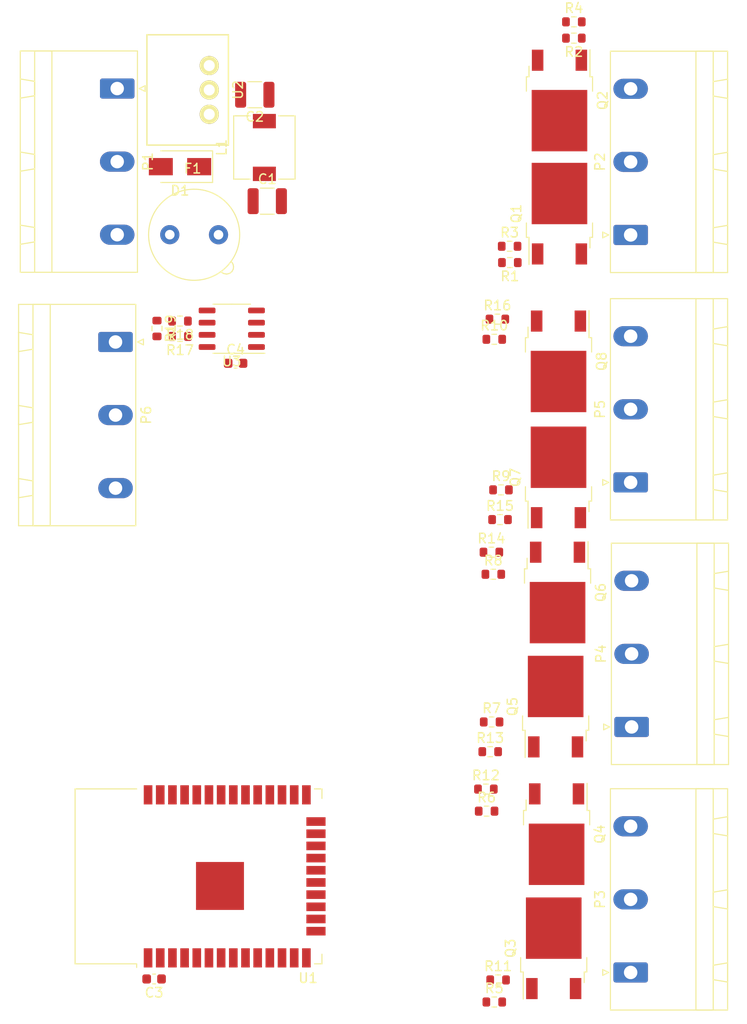
<source format=kicad_pcb>
(kicad_pcb (version 20210824) (generator pcbnew)
  (layers (0 "F.Cu" signal) (31 "B.Cu" signal) (34 "B.Paste" user) (35 "F.Paste" user) (36 "B.SilkS" user "B.Silkscreen") (37 "F.SilkS" user "F.Silkscreen") (38 "B.Mask" user) (39 "F.Mask" user) (44 "Edge.Cuts" user))
  (net 0 "")
  (net 1 "Net-(F1-Pad1)")
  (net 2 "GND")
  (net 3 "Net-(P2-Pad1)")
  (net 4 "Net-(P2-Pad3)")
  (net 5 "LED_1_C")
  (net 6 "LED_1_W")
  (net 33 "Net-(P3-Pad1)")
  (net 34 "Net-(P3-Pad3)")
  (net 35 "Net-(P4-Pad1)")
  (net 36 "Net-(P4-Pad3)")
  (net 37 "Net-(P5-Pad1)")
  (net 38 "Net-(P5-Pad3)")
  (net 39 "Net-(Q1-Pad1)")
  (net 40 "Net-(Q2-Pad1)")
  (net 41 "Net-(Q3-Pad1)")
  (net 42 "Net-(Q4-Pad1)")
  (net 43 "Net-(Q5-Pad1)")
  (net 44 "Net-(Q6-Pad1)")
  (net 45 "Net-(Q7-Pad1)")
  (net 46 "Net-(Q8-Pad1)")
  (net 47 "LED_2_C")
  (net 48 "LED_2_W")
  (net 49 "LED_3_C")
  (net 50 "LED_3_W")
  (net 51 "LED_4_C")
  (net 52 "LED_4_W")
  (net 53 "+24V")
  (net 54 "Net-(C2-Pad1)")
  (net 55 "+3V3")
  (net 56 "Net-(P6-Pad1)")
  (net 57 "Net-(P6-Pad3)")
  (net 58 "Net-(R17-Pad1)")
  (net 59 "Net-(R18-Pad1)")
  (net 60 "RO")
  (net 61 "~{RX}TX")
  (net 62 "DI")
  (footprint "Resistor_SMD:R_0603_1608Metric" (layer "F.Cu") (at 152.55 117.5)
    (fp_text reference "R13" (at 0 -1.43) (layer "F.SilkS"))
    (fp_text value "10k")
    (fp_line (start -0.237258 -0.5225) (end 0.237258 -0.5225) (layer "F.SilkS") (width 0.12))
    (fp_line (start -0.237258 0.5225) (end 0.237258 0.5225) (layer "F.SilkS") (width 0.12))
    (pad "1" smd roundrect locked (at -0.825 0) (size 0.8 0.95) (layers "F.Cu" "F.Paste" "F.Mask") (net 43 "Net-(Q5-Pad1)"))
    (pad "2" smd roundrect locked (at 0.825 0) (size 0.8 0.95) (layers "F.Cu" "F.Paste" "F.Mask") (net 2 "GND"))
  )
  (footprint "Resistor_SMD:R_0603_1608Metric" (layer "F.Cu") (at 152.1 121.4)
    (fp_text reference "R12" (at 0 -1.43) (layer "F.SilkS"))
    (fp_text value "10k")
    (fp_line (start -0.237258 0.5225) (end 0.237258 0.5225) (layer "F.SilkS") (width 0.12))
    (fp_line (start -0.237258 -0.5225) (end 0.237258 -0.5225) (layer "F.SilkS") (width 0.12))
    (pad "1" smd roundrect locked (at -0.825 0) (size 0.8 0.95) (layers "F.Cu" "F.Paste" "F.Mask") (net 42 "Net-(Q4-Pad1)"))
    (pad "2" smd roundrect locked (at 0.825 0) (size 0.8 0.95) (layers "F.Cu" "F.Paste" "F.Mask") (net 2 "GND"))
  )
  (footprint "Package_TO_SOT_SMD:TO-252-2" (layer "F.Cu") (at 159.575 100.9 -90)
    (fp_text reference "Q6" (at 0 -4.5 90) (layer "F.SilkS"))
    (fp_text value "FDD8880?")
    (fp_line (start -0.97 -3.45) (end -2.47 -3.45) (layer "F.SilkS") (width 0.12))
    (fp_line (start -2.47 -3.45) (end -2.47 -3.18) (layer "F.SilkS") (width 0.12))
    (fp_line (start -2.47 -3.18) (end -5.3 -3.18) (layer "F.SilkS") (width 0.12))
    (fp_line (start -0.97 3.45) (end -2.47 3.45) (layer "F.SilkS") (width 0.12))
    (fp_line (start -2.47 3.18) (end -3.57 3.18) (layer "F.SilkS") (width 0.12))
    (fp_line (start -2.47 3.45) (end -2.47 3.18) (layer "F.SilkS") (width 0.12))
    (pad "1" smd rect locked (at -4.2 -2.28 270) (size 2.2 1.2) (layers "F.Cu" "F.Paste" "F.Mask") (net 44 "Net-(Q6-Pad1)"))
    (pad "2" smd rect locked (at 2.1 0 270) (size 6.4 5.8) (layers "F.Cu" "F.Mask") (net 2 "GND"))
    (pad "3" smd rect locked (at -4.2 2.28 270) (size 2.2 1.2) (layers "F.Cu" "F.Paste" "F.Mask") (net 36 "Net-(P4-Pad3)"))
  )
  (footprint "Resistor_SMD:R_0603_1608Metric" (layer "F.Cu") (at 152.875 99)
    (fp_text reference "R8" (at 0 -1.43) (layer "F.SilkS"))
    (fp_text value "100R")
    (fp_line (start -0.237258 -0.5225) (end 0.237258 -0.5225) (layer "F.SilkS") (width 0.12))
    (fp_line (start -0.237258 0.5225) (end 0.237258 0.5225) (layer "F.SilkS") (width 0.12))
    (pad "1" smd roundrect locked (at -0.825 0) (size 0.8 0.95) (layers "F.Cu" "F.Paste" "F.Mask") (net 50 "LED_3_W"))
    (pad "2" smd roundrect locked (at 0.825 0) (size 0.8 0.95) (layers "F.Cu" "F.Paste" "F.Mask") (net 44 "Net-(Q6-Pad1)"))
  )
  (footprint "Resistor_SMD:R_0603_1608Metric" (layer "F.Cu") (at 152.175 123.7)
    (fp_text reference "R6" (at 0 -1.43) (layer "F.SilkS"))
    (fp_text value "100R")
    (fp_line (start -0.237258 0.5225) (end 0.237258 0.5225) (layer "F.SilkS") (width 0.12))
    (fp_line (start -0.237258 -0.5225) (end 0.237258 -0.5225) (layer "F.SilkS") (width 0.12))
    (pad "1" smd roundrect locked (at -0.825 0) (size 0.8 0.95) (layers "F.Cu" "F.Paste" "F.Mask") (net 48 "LED_2_W"))
    (pad "2" smd roundrect locked (at 0.825 0) (size 0.8 0.95) (layers "F.Cu" "F.Paste" "F.Mask") (net 42 "Net-(Q4-Pad1)"))
  )
  (footprint "Capacitor_SMD:C_1210_3225Metric" (layer "F.Cu") (at 128 49 180)
    (fp_text reference "C2" (at 0 -2.3) (layer "F.SilkS"))
    (fp_text value "10u 50V")
    (fp_line (start -0.711252 1.36) (end 0.711252 1.36) (layer "F.SilkS") (width 0.12))
    (fp_line (start -0.711252 -1.36) (end 0.711252 -1.36) (layer "F.SilkS") (width 0.12))
    (pad "1" smd roundrect locked (at -1.475 0 180) (size 1.15 2.7) (layers "F.Cu" "F.Paste" "F.Mask") (roundrect_rratio 0.217391) (net 54 "Net-(C2-Pad1)"))
    (pad "2" smd roundrect locked (at 1.475 0 180) (size 1.15 2.7) (layers "F.Cu" "F.Paste" "F.Mask") (roundrect_rratio 0.217391) (net 2 "GND"))
  )
  (footprint "Package_TO_SOT_SMD:TO-252-2" (layer "F.Cu") (at 159.775 61.4 90)
    (fp_text reference "Q1" (at 0 -4.5 90) (layer "F.SilkS"))
    (fp_text value "FDD8880?")
    (fp_line (start -2.47 -3.45) (end -2.47 -3.18) (layer "F.SilkS") (width 0.12))
    (fp_line (start -2.47 3.18) (end -3.57 3.18) (layer "F.SilkS") (width 0.12))
    (fp_line (start -2.47 3.45) (end -2.47 3.18) (layer "F.SilkS") (width 0.12))
    (fp_line (start -0.97 -3.45) (end -2.47 -3.45) (layer "F.SilkS") (width 0.12))
    (fp_line (start -2.47 -3.18) (end -5.3 -3.18) (layer "F.SilkS") (width 0.12))
    (fp_line (start -0.97 3.45) (end -2.47 3.45) (layer "F.SilkS") (width 0.12))
    (pad "1" smd rect locked (at -4.2 -2.28 90) (size 2.2 1.2) (layers "F.Cu" "F.Paste" "F.Mask") (net 39 "Net-(Q1-Pad1)"))
    (pad "2" smd rect locked (at 2.1 0 90) (size 6.4 5.8) (layers "F.Cu" "F.Mask") (net 2 "GND"))
    (pad "3" smd rect locked (at -4.2 2.28 90) (size 2.2 1.2) (layers "F.Cu" "F.Paste" "F.Mask") (net 3 "Net-(P2-Pad1)"))
  )
  (footprint "Resistor_SMD:R_0603_1608Metric" (layer "F.Cu") (at 154.575 64.8)
    (fp_text reference "R3" (at 0 -1.43) (layer "F.SilkS"))
    (fp_text value "100R")
    (fp_line (start -0.237258 0.5225) (end 0.237258 0.5225) (layer "F.SilkS") (width 0.12))
    (fp_line (start -0.237258 -0.5225) (end 0.237258 -0.5225) (layer "F.SilkS") (width 0.12))
    (pad "1" smd roundrect locked (at -0.825 0) (size 0.8 0.95) (layers "F.Cu" "F.Paste" "F.Mask") (net 5 "LED_1_C"))
    (pad "2" smd roundrect locked (at 0.825 0) (size 0.8 0.95) (layers "F.Cu" "F.Paste" "F.Mask") (net 39 "Net-(Q1-Pad1)"))
  )
  (footprint "Connector_Phoenix_GMSTB:PhoenixContact_GMSTBA_2,5_3-G-7,62_1x03_P7.62mm_Horizontal" (layer "F.Cu") (at 167.2975 114.92 90)
    (fp_text reference "P4" (at 7.62 -3.2 90) (layer "F.SilkS"))
    (fp_text value "LED_3")
    (fp_line (start 15.99 8.61) (end 14.49 8.61) (layer "F.SilkS") (width 0.12))
    (fp_line (start 1 10.11) (end 0.75 8.61) (layer "F.SilkS") (width 0.12))
    (fp_line (start -0.75 8.61) (end -1 10.11) (layer "F.SilkS") (width 0.12))
    (fp_line (start -3.92 6.81) (end 19.16 6.81) (layer "F.SilkS") (width 0.12))
    (fp_line (start -3.92 8.61) (end -3.92 6.81) (layer "F.SilkS") (width 0.12))
    (fp_line (start 19.16 -2.11) (end -3.92 -2.11) (layer "F.SilkS") (width 0.12))
    (fp_line (start 19.16 6.81) (end 19.16 8.61) (layer "F.SilkS") (width 0.12))
    (fp_line (start 0.3 -2.91) (end 0 -2.31) (layer "F.SilkS") (width 0.12))
    (fp_line (start 19.16 8.61) (end -3.92 8.61) (layer "F.SilkS") (width 0.12))
    (fp_line (start -1 10.11) (end 1 10.11) (layer "F.SilkS") (width 0.12))
    (fp_line (start 8.37 8.61) (end 6.87 8.61) (layer "F.SilkS") (width 0.12))
    (fp_line (start 14.49 8.61) (end 14.24 10.11) (layer "F.SilkS") (width 0.12))
    (fp_line (start 8.62 10.11) (end 8.37 8.61) (layer "F.SilkS") (width 0.12))
    (fp_line (start 6.87 8.61) (end 6.62 10.11) (layer "F.SilkS") (width 0.12))
    (fp_line (start -3.92 10.11) (end 19.16 10.11) (layer "F.SilkS") (width 0.12))
    (fp_line (start 0.75 8.61) (end -0.75 8.61) (layer "F.SilkS") (width 0.12))
    (fp_line (start 6.62 10.11) (end 8.62 10.11) (layer "F.SilkS") (width 0.12))
    (fp_line (start -0.3 -2.91) (end 0.3 -2.91) (layer "F.SilkS") (width 0.12))
    (fp_line (start 19.16 10.11) (end 19.16 -2.11) (layer "F.SilkS") (width 0.12))
    (fp_line (start 0 -2.31) (end -0.3 -2.91) (layer "F.SilkS") (width 0.12))
    (fp_line (start -3.92 -2.11) (end -3.92 10.11) (layer "F.SilkS") (width 0.12))
    (fp_line (start 14.24 10.11) (end 16.24 10.11) (layer "F.SilkS") (width 0.12))
    (fp_line (start 16.24 10.11) (end 15.99 8.61) (layer "F.SilkS") (width 0.12))
    (pad "1" thru_hole roundrect locked (at 0 0 90) (size 2.1 3.6) (drill 1.4) (layers *.Cu *.Mask) (roundrect_rratio 0.119048) (net 35 "Net-(P4-Pad1)"))
    (pad "2" thru_hole oval locked (at 7.62 0 90) (size 2.1 3.6) (drill 1.4) (layers *.Cu *.Mask) (net 53 "+24V"))
    (pad "3" thru_hole oval locked (at 15.24 0 90) (size 2.1 3.6) (drill 1.4) (layers *.Cu *.Mask) (net 36 "Net-(P4-Pad3)"))
  )
  (footprint "Resistor_SMD:R_0603_1608Metric" (layer "F.Cu") (at 152.975 74.5)
    (fp_text reference "R10" (at 0 -1.43) (layer "F.SilkS"))
    (fp_text value "100R")
    (fp_line (start -0.237258 -0.5225) (end 0.237258 -0.5225) (layer "F.SilkS") (width 0.12))
    (fp_line (start -0.237258 0.5225) (end 0.237258 0.5225) (layer "F.SilkS") (width 0.12))
    (pad "1" smd roundrect locked (at -0.825 0) (size 0.8 0.95) (layers "F.Cu" "F.Paste" "F.Mask") (net 52 "LED_4_W"))
    (pad "2" smd roundrect locked (at 0.825 0) (size 0.8 0.95) (layers "F.Cu" "F.Paste" "F.Mask") (net 46 "Net-(Q8-Pad1)"))
  )
  (footprint "Resistor_SMD:R_0603_1608Metric" (layer "F.Cu") (at 117.8 73.375 -90)
    (fp_text reference "R19" (at 0 -1.43 90) (layer "F.SilkS"))
    (fp_text value "DNP")
    (fp_line (start -0.237258 -0.5225) (end 0.237258 -0.5225) (layer "F.SilkS") (width 0.12))
    (fp_line (start -0.237258 0.5225) (end 0.237258 0.5225) (layer "F.SilkS") (width 0.12))
    (pad "1" smd roundrect locked (at -0.825 0 270) (size 0.8 0.95) (layers "F.Cu" "F.Paste" "F.Mask") (net 57 "Net-(P6-Pad3)"))
    (pad "2" smd roundrect locked (at 0.825 0 270) (size 0.8 0.95) (layers "F.Cu" "F.Paste" "F.Mask") (net 56 "Net-(P6-Pad1)"))
  )
  (footprint "Package_TO_SOT_SMD:TO-252-2" (layer "F.Cu") (at 159.675 88.9 90)
    (fp_text reference "Q7" (at 0 -4.5 90) (layer "F.SilkS"))
    (fp_text value "FDD8880?")
    (fp_line (start -2.47 3.18) (end -3.57 3.18) (layer "F.SilkS") (width 0.12))
    (fp_line (start -0.97 -3.45) (end -2.47 -3.45) (layer "F.SilkS") (width 0.12))
    (fp_line (start -2.47 3.45) (end -2.47 3.18) (layer "F.SilkS") (width 0.12))
    (fp_line (start -2.47 -3.18) (end -5.3 -3.18) (layer "F.SilkS") (width 0.12))
    (fp_line (start -2.47 -3.45) (end -2.47 -3.18) (layer "F.SilkS") (width 0.12))
    (fp_line (start -0.97 3.45) (end -2.47 3.45) (layer "F.SilkS") (width 0.12))
    (pad "1" smd rect locked (at -4.2 -2.28 90) (size 2.2 1.2) (layers "F.Cu" "F.Paste" "F.Mask") (net 45 "Net-(Q7-Pad1)"))
    (pad "2" smd rect locked (at 2.1 0 90) (size 6.4 5.8) (layers "F.Cu" "F.Mask") (net 2 "GND"))
    (pad "3" smd rect locked (at -4.2 2.28 90) (size 2.2 1.2) (layers "F.Cu" "F.Paste" "F.Mask") (net 37 "Net-(P5-Pad1)"))
  )
  (footprint "Capacitor_SMD:C_0603_1608Metric" (layer "F.Cu") (at 117.5 141.2 180)
    (fp_text reference "C3" (at 0 -1.43) (layer "F.SilkS"))
    (fp_text value "100n")
    (fp_line (start -0.14058 -0.51) (end 0.14058 -0.51) (layer "F.SilkS") (width 0.12))
    (fp_line (start -0.14058 0.51) (end 0.14058 0.51) (layer "F.SilkS") (width 0.12))
    (pad "1" smd roundrect locked (at -0.775 0 180) (size 0.9 0.95) (layers "F.Cu" "F.Paste" "F.Mask") (net 55 "+3V3"))
    (pad "2" smd roundrect locked (at 0.775 0 180) (size 0.9 0.95) (layers "F.Cu" "F.Paste" "F.Mask") (net 2 "GND"))
  )
  (footprint "Connector_Phoenix_GMSTB:PhoenixContact_GMSTBA_2,5_3-G-7,62_1x03_P7.62mm_Horizontal" (layer "F.Cu") (at 167.1975 140.52 90)
    (fp_text reference "P3" (at 7.62 -3.2 90) (layer "F.SilkS"))
    (fp_text value "LED_2")
    (fp_line (start 15.99 8.61) (end 14.49 8.61) (layer "F.SilkS") (width 0.12))
    (fp_line (start -3.92 -2.11) (end -3.92 10.11) (layer "F.SilkS") (width 0.12))
    (fp_line (start -3.92 10.11) (end 19.16 10.11) (layer "F.SilkS") (width 0.12))
    (fp_line (start 8.37 8.61) (end 6.87 8.61) (layer "F.SilkS") (width 0.12))
    (fp_line (start 0.3 -2.91) (end 0 -2.31) (layer "F.SilkS") (width 0.12))
    (fp_line (start -3.92 6.81) (end 19.16 6.81) (layer "F.SilkS") (width 0.12))
    (fp_line (start 1 10.11) (end 0.75 8.61) (layer "F.SilkS") (width 0.12))
    (fp_line (start 14.49 8.61) (end 14.24 10.11) (layer "F.SilkS") (width 0.12))
    (fp_line (start 16.24 10.11) (end 15.99 8.61) (layer "F.SilkS") (width 0.12))
    (fp_line (start 0 -2.31) (end -0.3 -2.91) (layer "F.SilkS") (width 0.12))
    (fp_line (start 19.16 -2.11) (end -3.92 -2.11) (layer "F.SilkS") (width 0.12))
    (fp_line (start 19.16 10.11) (end 19.16 -2.11) (layer "F.SilkS") (width 0.12))
    (fp_line (start -0.75 8.61) (end -1 10.11) (layer "F.SilkS") (width 0.12))
    (fp_line (start -0.3 -2.91) (end 0.3 -2.91) (layer "F.SilkS") (width 0.12))
    (fp_line (start 14.24 10.11) (end 16.24 10.11) (layer "F.SilkS") (width 0.12))
    (fp_line (start 8.62 10.11) (end 8.37 8.61) (layer "F.SilkS") (width 0.12))
    (fp_line (start 19.16 6.81) (end 19.16 8.61) (layer "F.SilkS") (width 0.12))
    (fp_line (start 19.16 8.61) (end -3.92 8.61) (layer "F.SilkS") (width 0.12))
    (fp_line (start 6.62 10.11) (end 8.62 10.11) (layer "F.SilkS") (width 0.12))
    (fp_line (start -1 10.11) (end 1 10.11) (layer "F.SilkS") (width 0.12))
    (fp_line (start -3.92 8.61) (end -3.92 6.81) (layer "F.SilkS") (width 0.12))
    (fp_line (start 0.75 8.61) (end -0.75 8.61) (layer "F.SilkS") (width 0.12))
    (fp_line (start 6.87 8.61) (end 6.62 10.11) (layer "F.SilkS") (width 0.12))
    (pad "1" thru_hole roundrect locked (at 0 0 90) (size 2.1 3.6) (drill 1.4) (layers *.Cu *.Mask) (roundrect_rratio 0.119048) (net 33 "Net-(P3-Pad1)"))
    (pad "2" thru_hole oval locked (at 7.62 0 90) (size 2.1 3.6) (drill 1.4) (layers *.Cu *.Mask) (net 53 "+24V"))
    (pad "3" thru_hole oval locked (at 15.24 0 90) (size 2.1 3.6) (drill 1.4) (layers *.Cu *.Mask) (net 34 "Net-(P3-Pad3)"))
  )
  (footprint "Package_TO_SOT_SMD:TO-252-2" (layer "F.Cu") (at 159.675 76.8 -90)
    (fp_text reference "Q8" (at 0 -4.5 90) (layer "F.SilkS"))
    (fp_text value "FDD8880?")
    (fp_line (start -2.47 -3.45) (end -2.47 -3.18) (layer "F.SilkS") (width 0.12))
    (fp_line (start -0.97 -3.45) (end -2.47 -3.45) (layer "F.SilkS") (width 0.12))
    (fp_line (start -2.47 -3.18) (end -5.3 -3.18) (layer "F.SilkS") (width 0.12))
    (fp_line (start -0.97 3.45) (end -2.47 3.45) (layer "F.SilkS") (width 0.12))
    (fp_line (start -2.47 3.45) (end -2.47 3.18) (layer "F.SilkS") (width 0.12))
    (fp_line (start -2.47 3.18) (end -3.57 3.18) (layer "F.SilkS") (width 0.12))
    (pad "1" smd rect locked (at -4.2 -2.28 270) (size 2.2 1.2) (layers "F.Cu" "F.Paste" "F.Mask") (net 46 "Net-(Q8-Pad1)"))
    (pad "2" smd rect locked (at 2.1 0 270) (size 6.4 5.8) (layers "F.Cu" "F.Mask") (net 2 "GND"))
    (pad "3" smd rect locked (at -4.2 2.28 270) (size 2.2 1.2) (layers "F.Cu" "F.Paste" "F.Mask") (net 38 "Net-(P5-Pad3)"))
  )
  (footprint "Resistor_SMD:R_0603_1608Metric" (layer "F.Cu") (at 153.675 90.2)
    (fp_text reference "R9" (at 0 -1.43) (layer "F.SilkS"))
    (fp_text value "100R")
    (fp_line (start -0.237258 -0.5225) (end 0.237258 -0.5225) (layer "F.SilkS") (width 0.12))
    (fp_line (start -0.237258 0.5225) (end 0.237258 0.5225) (layer "F.SilkS") (width 0.12))
    (pad "1" smd roundrect locked (at -0.825 0) (size 0.8 0.95) (layers "F.Cu" "F.Paste" "F.Mask") (net 51 "LED_4_C"))
    (pad "2" smd roundrect locked (at 0.825 0) (size 0.8 0.95) (layers "F.Cu" "F.Paste" "F.Mask") (net 45 "Net-(Q7-Pad1)"))
  )
  (footprint "Resistor_SMD:R_0603_1608Metric" (layer "F.Cu") (at 152.7 114.4)
    (fp_text reference "R7" (at 0 -1.43) (layer "F.SilkS"))
    (fp_text value "100R")
    (fp_line (start -0.237258 0.5225) (end 0.237258 0.5225) (layer "F.SilkS") (width 0.12))
    (fp_line (start -0.237258 -0.5225) (end 0.237258 -0.5225) (layer "F.SilkS") (width 0.12))
    (pad "1" smd roundrect locked (at -0.825 0) (size 0.8 0.95) (layers "F.Cu" "F.Paste" "F.Mask") (net 49 "LED_3_C"))
    (pad "2" smd roundrect locked (at 0.825 0) (size 0.8 0.95) (layers "F.Cu" "F.Paste" "F.Mask") (net 43 "Net-(Q5-Pad1)"))
  )
  (footprint "Connector_Phoenix_GMSTB:PhoenixContact_GMSTBA_2,5_3-G-7,62_1x03_P7.62mm_Horizontal" (layer "F.Cu") (at 113.4775 74.78 -90)
    (fp_text reference "P6" (at 7.62 -3.2 90) (layer "F.SilkS"))
    (fp_text value "RS485")
    (fp_line (start -3.92 10.11) (end 19.16 10.11) (layer "F.SilkS") (width 0.12))
    (fp_line (start 0.3 -2.91) (end 0 -2.31) (layer "F.SilkS") (width 0.12))
    (fp_line (start -3.92 6.81) (end 19.16 6.81) (layer "F.SilkS") (width 0.12))
    (fp_line (start 0.75 8.61) (end -0.75 8.61) (layer "F.SilkS") (width 0.12))
    (fp_line (start 0 -2.31) (end -0.3 -2.91) (layer "F.SilkS") (width 0.12))
    (fp_line (start 15.99 8.61) (end 14.49 8.61) (layer "F.SilkS") (width 0.12))
    (fp_line (start 19.16 -2.11) (end -3.92 -2.11) (layer "F.SilkS") (width 0.12))
    (fp_line (start -0.75 8.61) (end -1 10.11) (layer "F.SilkS") (width 0.12))
    (fp_line (start 16.24 10.11) (end 15.99 8.61) (layer "F.SilkS") (width 0.12))
    (fp_line (start -3.92 -2.11) (end -3.92 10.11) (layer "F.SilkS") (width 0.12))
    (fp_line (start 1 10.11) (end 0.75 8.61) (layer "F.SilkS") (width 0.12))
    (fp_line (start -0.3 -2.91) (end 0.3 -2.91) (layer "F.SilkS") (width 0.12))
    (fp_line (start -3.92 8.61) (end -3.92 6.81) (layer "F.SilkS") (width 0.12))
    (fp_line (start 19.16 6.81) (end 19.16 8.61) (layer "F.SilkS") (width 0.12))
    (fp_line (start 14.49 8.61) (end 14.24 10.11) (layer "F.SilkS") (width 0.12))
    (fp_line (start 19.16 10.11) (end 19.16 -2.11) (layer "F.SilkS") (width 0.12))
    (fp_line (start 19.16 8.61) (end -3.92 8.61) (layer "F.SilkS") (width 0.12))
    (fp_line (start 6.87 8.61) (end 6.62 10.11) (layer "F.SilkS") (width 0.12))
    (fp_line (start 14.24 10.11) (end 16.24 10.11) (layer "F.SilkS") (width 0.12))
    (fp_line (start 8.62 10.11) (end 8.37 8.61) (layer "F.SilkS") (width 0.12))
    (fp_line (start 6.62 10.11) (end 8.62 10.11) (layer "F.SilkS") (width 0.12))
    (fp_line (start 8.37 8.61) (end 6.87 8.61) (layer "F.SilkS") (width 0.12))
    (fp_line (start -1 10.11) (end 1 10.11) (layer "F.SilkS") (width 0.12))
    (pad "1" thru_hole roundrect locked (at 0 0 270) (size 2.1 3.6) (drill 1.4) (layers *.Cu *.Mask) (roundrect_rratio 0.119048) (net 56 "Net-(P6-Pad1)"))
    (pad "2" thru_hole oval locked (at 7.62 0 270) (size 2.1 3.6) (drill 1.4) (layers *.Cu *.Mask) (net 2 "GND"))
    (pad "3" thru_hole oval locked (at 15.24 0 270) (size 2.1 3.6) (drill 1.4) (layers *.Cu *.Mask) (net 57 "Net-(P6-Pad3)"))
  )
  (footprint "Resistor_SMD:R_0603_1608Metric" (layer "F.Cu") (at 153.375 141.3)
    (fp_text reference "R11" (at 0 -1.43) (layer "F.SilkS"))
    (fp_text value "10k")
    (fp_line (start -0.237258 -0.5225) (end 0.237258 -0.5225) (layer "F.SilkS") (width 0.12))
    (fp_line (start -0.237258 0.5225) (end 0.237258 0.5225) (layer "F.SilkS") (width 0.12))
    (pad "1" smd roundrect locked (at -0.825 0) (size 0.8 0.95) (layers "F.Cu" "F.Paste" "F.Mask") (net 41 "Net-(Q3-Pad1)"))
    (pad "2" smd roundrect locked (at 0.825 0) (size 0.8 0.95) (layers "F.Cu" "F.Paste" "F.Mask") (net 2 "GND"))
  )
  (footprint "RF_Module:ESP32-WROOM-32" (layer "F.Cu") (at 125.125 130.5 90)
    (fp_text reference "U1" (at -10.61 8.43) (layer "F.SilkS"))
    (fp_text value "ESP32-WROOM-32")
    (fp_line (start 9.12 9.1) (end 9.12 9.88) (layer "F.SilkS") (width 0.12))
    (fp_line (start -9.12 -15.865) (end -9.12 -9.445) (layer "F.SilkS") (width 0.12))
    (fp_line (start 9.12 9.88) (end 8.12 9.88) (layer "F.SilkS") (width 0.12))
    (fp_line (start -9.12 -9.445) (end -9.5 -9.445) (layer "F.SilkS") (width 0.12))
    (fp_line (start -9.12 9.88) (end -8.12 9.88) (layer "F.SilkS") (width 0.12))
    (fp_line (start 9.12 -15.865) (end 9.12 -9.445) (layer "F.SilkS") (width 0.12))
    (fp_line (start -9.12 9.1) (end -9.12 9.88) (layer "F.SilkS") (width 0.12))
    (fp_line (start -9.12 -15.865) (end 9.12 -15.865) (layer "F.SilkS") (width 0.12))
    (pad "1" smd rect (at -8.5 -8.255 90) (size 2 0.9) (layers "F.Cu" "F.Paste" "F.Mask") (net 2 "GND"))
    (pad "2" smd rect (at -8.5 -6.985 90) (size 2 0.9) (layers "F.Cu" "F.Paste" "F.Mask") (net 55 "+3V3"))
    (pad "3" smd rect (at -8.5 -5.715 90) (size 2 0.9) (layers "F.Cu" "F.Paste" "F.Mask"))
    (pad "4" smd rect (at -8.5 -4.445 90) (size 2 0.9) (layers "F.Cu" "F.Paste" "F.Mask"))
    (pad "5" smd rect (at -8.5 -3.175 90) (size 2 0.9) (layers "F.Cu" "F.Paste" "F.Mask"))
    (pad "6" smd rect (at -8.5 -1.905 90) (size 2 0.9) (layers "F.Cu" "F.Paste" "F.Mask"))
    (pad "7" smd rect (at -8.5 -0.635 90) (size 2 0.9) (layers "F.Cu" "F.Paste" "F.Mask"))
    (pad "8" smd rect (at -8.5 0.635 90) (size 2 0.9) (layers "F.Cu" "F.Paste" "F.Mask"))
    (pad "9" smd rect (at -8.5 1.905 90) (size 2 0.9) (layers "F.Cu" "F.Paste" "F.Mask"))
    (pad "10" smd rect (at -8.5 3.175 90) (size 2 0.9) (layers "F.Cu" "F.Paste" "F.Mask") (net 52 "LED_4_W"))
    (pad "11" smd rect (at -8.5 4.445 90) (size 2 0.9) (layers "F.Cu" "F.Paste" "F.Mask"))
    (pad "12" smd rect (at -8.5 5.715 90) (size 2 0.9) (layers "F.Cu" "F.Paste" "F.Mask"))
    (pad "13" smd rect (at -8.5 6.985 90) (size 2 0.9) (layers "F.Cu" "F.Paste" "F.Mask"))
    (pad "14" smd rect (at -8.5 8.255 90) (size 2 0.9) (layers "F.Cu" "F.Paste" "F.Mask"))
    (pad "15" smd rect (at -5.715 9.255 180) (size 2 0.9) (layers "F.Cu" "F.Paste" "F.Mask") (net 2 "GND"))
    (pad "16" smd rect (at -4.445 9.255 180) (size 2 0.9) (layers "F.Cu" "F.Paste" "F.Mask"))
    (pad "17" smd rect (at -3.175 9.255 180) (size 2 0.9) (layers "F.Cu" "F.Paste" "F.Mask"))
    (pad "18" smd rect (at -1.905 9.255 180) (size 2 0.9) (layers "F.Cu" "F.Paste" "F.Mask"))
    (pad "19" smd rect (at -0.635 9.255 180) (size 2 0.9) (layers "F.Cu" "F.Paste" "F.Mask"))
    (pad "20" smd rect (at 0.635 9.255 180) (size 2 0.9) (layers "F.Cu" "F.Paste" "F.Mask"))
    (pad "21" smd rect (at 1.905 9.255 180) (size 2 0.9) (layers "F.Cu" "F.Paste" "F.Mask"))
    (pad "22" smd rect (at 3.175 9.255 180) (size 2 0.9) (layers "F.Cu" "F.Paste" "F.Mask"))
    (pad "23" smd rect (at 4.445 9.255 180) (size 2 0.9) (layers "F.Cu" "F.Paste" "F.Mask"))
    (pad "24" smd rect (at 5.715 9.255 180) (size 2 0.9) (layers "F.Cu" "F.Paste" "F.Mask"))
    (pad "25" smd rect (at 8.5 8.255 90) (size 2 0.9) (layers "F.Cu" "F.Paste" "F.Mask"))
    (pad "26" smd rect (at 8.5 6.985 90) (size 2 0.9) (layers "F.Cu" "F.Paste" "F.Mask"))
    (pad "27" smd rect (at 8.5 5.715 90) (size 2 0.9) (layers "F.Cu" "F.Paste" "F.Mask") (net 5 "LED_1_C"))
    (pad "28" smd rect (at 8.5 4.445 90) (size 2 0.9) (layers "F.Cu" "F.Paste" "F.Mask") (net 6 "LED_1_W"))
    (pad "29" smd rect (at 8.5 3.175 90) (size 2 0.9) (layers "F.Cu" "F.Paste" "F.Mask"))
    (pad "30" smd rect (at 8.5 1.905 90) (size 2 0.9) (layers "F.Cu" "F.Paste" "F.Mask") (net 47 "LED_2_C"))
    (pad "31" smd rect (at 8.5 0.635 90) (size 2 0.9) (layers "F.Cu" "F.Paste" "F.Mask") (net 48 "LED_2_W"))
    (pad "32" smd rect (at 8.5 -0.635 90) (size 2 0.9) (layers "F.Cu" "F.Paste" "F.Mask"))
    (pad "33" smd rect (at 8.5 -1.905 90) (size 2 0.9) (layers "F.Cu" "F.Paste" "F.Mask") (net 49 "LED_3_C"))
    (pad "34" smd rect (at 8.5 -3.175 90) (size 2 0.9) (layers "F.Cu" "F.Paste" "F.Mask"))
    (pad "35" smd rect (at 8.5 -4.445 90) (size 2 0.9) (layers "F.Cu" "F.Paste" "F.Mask"))
    (pad "36" smd rect (at 8.5 -5.715 90) (size 2 0.9) (layers "F.Cu" "F.Paste" "F.Mask") (net 50 "LED_3_W"))
    (pad "37" smd rect (at 8.5 -6.985 90) (size 2 0.9) (layers "F.Cu" "F.Paste" "F.Mask") (net 51 "LED_4_C"))
    (pad "38" smd rect (at 8.5 -8.255 90) (size 2 0.9) (layers "F.Cu" "F.Paste" "F.Mask") (net 2 "GND"))
    (pad "39" smd rect (at -1 -0.755 90) (size 5 5) (layers "F.Cu" "F.Paste" "F.Mask") (net 2 "GND"))
  )
  (footprint "Resistor_SMD:R_0603_1608Metric" (layer "F.Cu") (at 152.675 96.7)
    (fp_text reference "R14" (at 0 -1.43) (layer "F.SilkS"))
    (fp_text value "10k")
    (fp_line (start -0.237258 0.5225) (end 0.237258 0.5225) (layer "F.SilkS") (width 0.12))
    (fp_line (start -0.237258 -0.5225) (end 0.237258 -0.5225) (layer "F.SilkS") (width 0.12))
    (pad "1" smd roundrect locked (at -0.825 0) (size 0.8 0.95) (layers "F.Cu" "F.Paste" "F.Mask") (net 44 "Net-(Q6-Pad1)"))
    (pad "2" smd roundrect locked (at 0.825 0) (size 0.8 0.95) (layers "F.Cu" "F.Paste" "F.Mask") (net 2 "GND"))
  )
  (footprint "Package_TO_SOT_SMD:TO-252-2" (layer "F.Cu") (at 159.775 49.6 -90)
    (fp_text reference "Q2" (at 0 -4.5 90) (layer "F.SilkS"))
    (fp_text value "FDD8880?")
    (fp_line (start -2.47 3.45) (end -2.47 3.18) (layer "F.SilkS") (width 0.12))
    (fp_line (start -0.97 -3.45) (end -2.47 -3.45) (layer "F.SilkS") (width 0.12))
    (fp_line (start -2.47 3.18) (end -3.57 3.18) (layer "F.SilkS") (width 0.12))
    (fp_line (start -2.47 -3.45) (end -2.47 -3.18) (layer "F.SilkS") (width 0.12))
    (fp_line (start -2.47 -3.18) (end -5.3 -3.18) (layer "F.SilkS") (width 0.12))
    (fp_line (start -0.97 3.45) (end -2.47 3.45) (layer "F.SilkS") (width 0.12))
    (pad "1" smd rect locked (at -4.2 -2.28 270) (size 2.2 1.2) (layers "F.Cu" "F.Paste" "F.Mask") (net 40 "Net-(Q2-Pad1)"))
    (pad "2" smd rect locked (at 2.1 0 270) (size 6.4 5.8) (layers "F.Cu" "F.Mask") (net 2 "GND"))
    (pad "3" smd rect locked (at -4.2 2.28 270) (size 2.2 1.2) (layers "F.Cu" "F.Paste" "F.Mask") (net 4 "Net-(P2-Pad3)"))
  )
  (footprint "Resistor_SMD:R_0603_1608Metric" (layer "F.Cu") (at 154.6 66.5 180)
    (fp_text reference "R1" (at 0 -1.43) (layer "F.SilkS"))
    (fp_text value "10k")
    (fp_line (start -0.237258 -0.5225) (end 0.237258 -0.5225) (layer "F.SilkS") (width 0.12))
    (fp_line (start -0.237258 0.5225) (end 0.237258 0.5225) (layer "F.SilkS") (width 0.12))
    (pad "1" smd roundrect locked (at -0.825 0 180) (size 0.8 0.95) (layers "F.Cu" "F.Paste" "F.Mask") (net 39 "Net-(Q1-Pad1)"))
    (pad "2" smd roundrect locked (at 0.825 0 180) (size 0.8 0.95) (layers "F.Cu" "F.Paste" "F.Mask") (net 2 "GND"))
  )
  (footprint "Resistor_SMD:R_0603_1608Metric" (layer "F.Cu") (at 120.2 72.6 180)
    (fp_text reference "R18" (at 0 -1.43) (layer "F.SilkS"))
    (fp_text value "100R")
    (fp_line (start -0.237258 -0.5225) (end 0.237258 -0.5225) (layer "F.SilkS") (width 0.12))
    (fp_line (start -0.237258 0.5225) (end 0.237258 0.5225) (layer "F.SilkS") (width 0.12))
    (pad "1" smd roundrect locked (at -0.825 0 180) (size 0.8 0.95) (layers "F.Cu" "F.Paste" "F.Mask") (net 59 "Net-(R18-Pad1)"))
    (pad "2" smd roundrect locked (at 0.825 0 180) (size 0.8 0.95) (layers "F.Cu" "F.Paste" "F.Mask") (net 57 "Net-(P6-Pad3)"))
  )
  (footprint "Resistor_SMD:R_0603_1608Metric" (layer "F.Cu") (at 152.975 143.6)
    (fp_text reference "R5" (at 0 -1.43) (layer "F.SilkS"))
    (fp_text value "100R")
    (fp_line (start -0.237258 0.5225) (end 0.237258 0.5225) (layer "F.SilkS") (width 0.12))
    (fp_line (start -0.237258 -0.5225) (end 0.237258 -0.5225) (layer "F.SilkS") (width 0.12))
    (pad "1" smd roundrect locked (at -0.825 0) (size 0.8 0.95) (layers "F.Cu" "F.Paste" "F.Mask") (net 47 "LED_2_C"))
    (pad "2" smd roundrect locked (at 0.825 0) (size 0.8 0.95) (layers "F.Cu" "F.Paste" "F.Mask") (net 41 "Net-(Q3-Pad1)"))
  )
  (footprint "Package_TO_SOT_SMD:TO-252-2" (layer "F.Cu") (at 159.175 138 90)
    (fp_text reference "Q3" (at 0 -4.5 90) (layer "F.SilkS"))
    (fp_text value "FDD8880?")
    (fp_line (start -2.47 -3.45) (end -2.47 -3.18) (layer "F.SilkS") (width 0.12))
    (fp_line (start -2.47 -3.18) (end -5.3 -3.18) (layer "F.SilkS") (width 0.12))
    (fp_line (start -0.97 3.45) (end -2.47 3.45) (layer "F.SilkS") (width 0.12))
    (fp_line (start -2.47 3.45) (end -2.47 3.18) (layer "F.SilkS") (width 0.12))
    (fp_line (start -0.97 -3.45) (end -2.47 -3.45) (layer "F.SilkS") (width 0.12))
    (fp_line (start -2.47 3.18) (end -3.57 3.18) (layer "F.SilkS") (width 0.12))
    (pad "1" smd rect locked (at -4.2 -2.28 90) (size 2.2 1.2) (layers "F.Cu" "F.Paste" "F.Mask") (net 41 "Net-(Q3-Pad1)"))
    (pad "2" smd rect locked (at 2.1 0 90) (size 6.4 5.8) (layers "F.Cu" "F.Mask") (net 2 "GND"))
    (pad "3" smd rect locked (at -4.2 2.28 90) (size 2.2 1.2) (layers "F.Cu" "F.Paste" "F.Mask") (net 33 "Net-(P3-Pad1)"))
  )
  (footprint "Capacitor_SMD:C_1210_3225Metric" (layer "F.Cu") (at 129.3 60.1)
    (fp_text reference "C1" (at 0 -2.3) (layer "F.SilkS"))
    (fp_text value "10u 50V")
    (fp_line (start -0.711252 1.36) (end 0.711252 1.36) (layer "F.SilkS") (width 0.12))
    (fp_line (start -0.711252 -1.36) (end 0.711252 -1.36) (layer "F.SilkS") (width 0.12))
    (pad "1" smd roundrect locked (at -1.475 0) (size 1.15 2.7) (layers "F.Cu" "F.Paste" "F.Mask") (roundrect_rratio 0.217391) (net 53 "+24V"))
    (pad "2" smd roundrect locked (at 1.475 0) (size 1.15 2.7) (layers "F.Cu" "F.Paste" "F.Mask") (roundrect_rratio 0.217391) (net 2 "GND"))
  )
  (footprint "Resistor_SMD:R_0603_1608Metric" (layer "F.Cu") (at 161.275 43.1 180)
    (fp_text reference "R2" (at 0 -1.43) (layer "F.SilkS"))
    (fp_text value "10k")
    (fp_line (start -0.237258 -0.5225) (end 0.237258 -0.5225) (layer "F.SilkS") (width 0.12))
    (fp_line (start -0.237258 0.5225) (end 0.237258 0.5225) (layer "F.SilkS") (width 0.12))
    (pad "1" smd roundrect locked (at -0.825 0 180) (size 0.8 0.95) (layers "F.Cu" "F.Paste" "F.Mask") (net 40 "Net-(Q2-Pad1)"))
    (pad "2" smd roundrect locked (at 0.825 0 180) (size 0.8 0.95) (layers "F.Cu" "F.Paste" "F.Mask") (net 2 "GND"))
  )
  (footprint "Capacitor_SMD:C_0603_1608Metric" (layer "F.Cu") (at 126 77)
    (fp_text reference "C4" (at 0 -1.43) (layer "F.SilkS"))
    (fp_text value "100n")
    (fp_line (start -0.14058 0.51) (end 0.14058 0.51) (layer "F.SilkS") (width 0.12))
    (fp_line (start -0.14058 -0.51) (end 0.14058 -0.51) (layer "F.SilkS") (width 0.12))
    (pad "1" smd roundrect locked (at -0.775 0) (size 0.9 0.95) (layers "F.Cu" "F.Paste" "F.Mask") (net 55 "+3V3"))
    (pad "2" smd roundrect locked (at 0.775 0) (size 0.9 0.95) (layers "F.Cu" "F.Paste" "F.Mask") (net 2 "GND"))
  )
  (footprint "Package_TO_SOT_SMD:TO-252-2" (layer "F.Cu") (at 159.375 112.8 90)
    (fp_text reference "Q5" (at 0 -4.5 90) (layer "F.SilkS"))
    (fp_text value "FDD8880?")
    (fp_line (start -0.97 3.45) (end -2.47 3.45) (layer "F.SilkS") (width 0.12))
    (fp_line (start -2.47 -3.45) (end -2.47 -3.18) (layer "F.SilkS") (width 0.12))
    (fp_line (start -2.47 3.18) (end -3.57 3.18) (layer "F.SilkS") (width 0.12))
    (fp_line (start -2.47 3.45) (end -2.47 3.18) (layer "F.SilkS") (width 0.12))
    (fp_line (start -0.97 -3.45) (end -2.47 -3.45) (layer "F.SilkS") (width 0.12))
    (fp_line (start -2.47 -3.18) (end -5.3 -3.18) (layer "F.SilkS") (width 0.12))
    (pad "1" smd rect locked (at -4.2 -2.28 90) (size 2.2 1.2) (layers "F.Cu" "F.Paste" "F.Mask") (net 43 "Net-(Q5-Pad1)"))
    (pad "2" smd rect locked (at 2.1 0 90) (size 6.4 5.8) (layers "F.Cu" "F.Mask") (net 2 "GND"))
    (pad "3" smd rect locked (at -4.2 2.28 90) (size 2.2 1.2) (layers "F.Cu" "F.Paste" "F.Mask") (net 35 "Net-(P4-Pad1)"))
  )
  (footprint "Resistor_SMD:R_0603_1608Metric" (layer "F.Cu") (at 120.2 74.2 180)
    (fp_text reference "R17" (at 0 -1.43) (layer "F.SilkS"))
    (fp_text value "100R")
    (fp_line (start -0.237258 0.5225) (end 0.237258 0.5225) (layer "F.SilkS") (width 0.12))
    (fp_line (start -0.237258 -0.5225) (end 0.237258 -0.5225) (layer "F.SilkS") (width 0.12))
    (pad "1" smd roundrect locked (at -0.825 0 180) (size 0.8 0.95) (layers "F.Cu" "F.Paste" "F.Mask") (net 58 "Net-(R17-Pad1)"))
    (pad "2" smd roundrect locked (at 0.825 0 180) (size 0.8 0.95) (layers "F.Cu" "F.Paste" "F.Mask") (net 56 "Net-(P6-Pad1)"))
  )
  (footprint "Fuse:Fuseholder_TR5_Littelfuse_No560_No460" (layer "F.Cu") (at 119.135 63.59)
    (fp_text reference "F1" (at 2.39 -6.89) (layer "F.SilkS"))
    (fp_text value "F_Small")
    (fp_line (start 5.96 4.11) (end 5.67 4.07) (layer "F.SilkS") (width 0.12))
    (fp_line (start 6.39 2.79) (end 6.51 2.93) (layer "F.SilkS") (width 0.12))
    (fp_line (start 6.51 2.93) (end 6.6 3.09) (layer "F.SilkS") (width 0.12))
    (fp_line (start 6.25 4.03) (end 5.96 4.11) (layer "F.SilkS") (width 0.12))
    (fp_line (start 5.49 3.99) (end 5.36 3.84) (layer "F.SilkS") (width 0.12))
    (fp_line (start 6.65 3.34) (end 6.62 3.6) (layer "F.SilkS") (width 0.12))
    (fp_line (start 6.6 3.09) (end 6.65 3.34) (layer "F.SilkS") (width 0.12))
    (fp_line (start 5.67 4.07) (end 5.49 3.99) (layer "F.SilkS") (width 0.12))
    (fp_line (start 6.62 3.6) (end 6.47 3.86) (layer "F.SilkS") (width 0.12))
    (fp_line (start 6.47 3.86) (end 6.25 4.03) (layer "F.SilkS") (width 0.12))
    (fp_circle (center 2.54 0.01) (end 7.29 0.01) (layer "F.SilkS") (width 0.12) (fill none))
    (pad "1" thru_hole circle (at 0 0) (size 2 2) (drill 1) (layers *.Cu *.Mask) (net 1 "Net-(F1-Pad1)"))
    (pad "2" thru_hole circle (at 5.08 0.01) (size 2 2) (drill 1) (layers *.Cu *.Mask) (net 53 "+24V"))
  )
  (footprint "Package_SO:SO-8_3.9x4.9mm_P1.27mm" (layer "F.Cu") (at 125.6 73.4 180)
    (fp_text reference "U3" (at 0 -3.4) (layer "F.SilkS"))
    (fp_text value "MAX481E")
    (fp_line (start 0 -2.56) (end -3.45 -2.56) (layer "F.SilkS") (width 0.12))
    (fp_line (start 0 2.56) (end -1.95 2.56) (layer "F.SilkS") (width 0.12))
    (fp_line (start 0 2.56) (end 1.95 2.56) (layer "F.SilkS") (width 0.12))
    (fp_line (start 0 -2.56) (end 1.95 -2.56) (layer "F.SilkS") (width 0.12))
    (pad "1" smd roundrect locked (at -2.575 -1.905 180) (size 1.75 0.6) (layers "F.Cu" "F.Paste" "F.Mask") (net 60 "RO"))
    (pad "2" smd roundrect locked (at -2.575 -0.635 180) (size 1.75 0.6) (layers "F.Cu" "F.Paste" "F.Mask") (net 61 "~{RX}TX"))
    (pad "3" smd roundrect locked (at -2.575 0.635 180) (size 1.75 0.6) (layers "F.Cu" "F.Paste" "F.Mask") (net 61 "~{RX}TX"))
    (pad "4" smd roundrect locked (at -2.575 1.905 180) (size 1.75 0.6) (layers "F.Cu" "F.Paste" "F.Mask") (net 62 "DI"))
    (pad "5" smd roundrect locked (at 2.575 1.905 180) (size 1.75 0.6) (layers "F.Cu" "F.Paste" "F.Mask") (net 2 "GND"))
    (pad "6" smd roundrect locked (at 2.575 0.635 180) (size 1.75 0.6) (layers "F.Cu" "F.Paste" "F.Mask") (net 59 "Net-(R18-Pad1)"))
    (pad "7" smd roundrect locked (at 2.575 -0.635 180) (size 1.75 0.6) (layers "F.Cu" "F.Paste" "F.Mask") (net 58 "Net-(R17-Pad1)"))
    (pad "8" smd roundrect locked (at 2.575 -1.905 180) (size 1.75 0.6) (layers "F.Cu" "F.Paste" "F.Mask") (net 55 "+3V3"))
  )
  (footprint "Inductor_SMD:L_6.3x6.3_H3" (layer "F.Cu") (at 129 54.5 90)
    (fp_text reference "L1" (at 0 -4.45 90) (layer "F.SilkS"))
    (fp_text value "68u")
    (fp_line (start -3.3 -3.2) (end 3.3 -3.2) (layer "F.SilkS") (width 0.12))
    (fp_line (start 3.3 1.5) (end 3.3 3.2) (layer "F.SilkS") (width 0.12))
    (fp_line (start 3.3 3.2) (end -3.3 3.2) (layer "F.SilkS") (width 0.12))
    (fp_line (start -3.3 -1.5) (end -3.3 -3.2) (layer "F.SilkS") (width 0.12))
    (fp_line (start 3.3 -3.2) (end 3.3 -1.5) (layer "F.SilkS") (width 0.12))
    (fp_line (start -3.3 3.2) (end -3.3 1.5) (layer "F.SilkS") (width 0.12))
    (pad "1" smd rect locked (at -2.75 0 90) (size 1.5 2.4) (layers "F.Cu" "F.Paste" "F.Mask") (net 53 "+24V"))
    (pad "2" smd rect locked (at 2.75 0 90) (size 1.5 2.4) (layers "F.Cu" "F.Paste" "F.Mask") (net 54 "Net-(C2-Pad1)"))
  )
  (footprint "Resistor_SMD:R_0603_1608Metric" (layer "F.Cu") (at 153.575 93.3)
    (fp_text reference "R15" (at 0 -1.43) (layer "F.SilkS"))
    (fp_text value "10k")
    (fp_line (start -0.237258 0.5225) (end 0.237258 0.5225) (layer "F.SilkS") (width 0.12))
    (fp_line (start -0.237258 -0.5225) (end 0.237258 -0.5225) (layer "F.SilkS") (width 0.12))
    (pad "1" smd roundrect locked (at -0.825 0) (size 0.8 0.95) (layers "F.Cu" "F.Paste" "F.Mask") (net 45 "Net-(Q7-Pad1)"))
    (pad "2" smd roundrect locked (at 0.825 0) (size 0.8 0.95) (layers "F.Cu" "F.Paste" "F.Mask") (net 2 "GND"))
  )
  (footprint "Connector_Phoenix_GMSTB:PhoenixContact_GMSTBA_2,5_3-G-7,62_1x03_P7.62mm_Horizontal" (layer "F.Cu") (at 167.1975 63.62 90)
    (fp_text reference "P2" (at 7.62 -3.2 90) (layer "F.SilkS"))
    (fp_text value "LED_1")
    (fp_line (start 19.16 6.81) (end 19.16 8.61) (layer "F.SilkS") (width 0.12))
    (fp_line (start 19.16 -2.11) (end -3.92 -2.11) (layer "F.SilkS") (width 0.12))
    (fp_line (start 6.87 8.61) (end 6.62 10.11) (layer "F.SilkS") (width 0.12))
    (fp_line (start -3.92 8.61) (end -3.92 6.81) (layer "F.SilkS") (width 0.12))
    (fp_line (start 8.62 10.11) (end 8.37 8.61) (layer "F.SilkS") (width 0.12))
    (fp_line (start 0 -2.31) (end -0.3 -2.91) (layer "F.SilkS") (width 0.12))
    (fp_line (start 19.16 10.11) (end 19.16 -2.11) (layer "F.SilkS") (width 0.12))
    (fp_line (start -3.92 6.81) (end 19.16 6.81) (layer "F.SilkS") (width 0.12))
    (fp_line (start 15.99 8.61) (end 14.49 8.61) (layer "F.SilkS") (width 0.12))
    (fp_line (start 19.16 8.61) (end -3.92 8.61) (layer "F.SilkS") (width 0.12))
    (fp_line (start 8.37 8.61) (end 6.87 8.61) (layer "F.SilkS") (width 0.12))
    (fp_line (start -0.3 -2.91) (end 0.3 -2.91) (layer "F.SilkS") (width 0.12))
    (fp_line (start 14.49 8.61) (end 14.24 10.11) (layer "F.SilkS") (width 0.12))
    (fp_line (start -3.92 10.11) (end 19.16 10.11) (layer "F.SilkS") (width 0.12))
    (fp_line (start 0.75 8.61) (end -0.75 8.61) (layer "F.SilkS") (width 0.12))
    (fp_line (start 6.62 10.11) (end 8.62 10.11) (layer "F.SilkS") (width 0.12))
    (fp_line (start 14.24 10.11) (end 16.24 10.11) (layer "F.SilkS") (width 0.12))
    (fp_line (start 1 10.11) (end 0.75 8.61) (layer "F.SilkS") (width 0.12))
    (fp_line (start -1 10.11) (end 1 10.11) (layer "F.SilkS") (width 0.12))
    (fp_line (start 16.24 10.11) (end 15.99 8.61) (layer "F.SilkS") (width 0.12))
    (fp_line (start -0.75 8.61) (end -1 10.11) (layer "F.SilkS") (width 0.12))
    (fp_line (start -3.92 -2.11) (end -3.92 10.11) (layer "F.SilkS") (width 0.12))
    (fp_line (start 0.3 -2.91) (end 0 -2.31) (layer "F.SilkS") (width 0.12))
    (pad "1" thru_hole roundrect locked (at 0 0 90) (size 2.1 3.6) (drill 1.4) (layers *.Cu *.Mask) (roundrect_rratio 0.119048) (net 3 "Net-(P2-Pad1)"))
    (pad "2" thru_hole oval locked (at 7.62 0 90) (size 2.1 3.6) (drill 1.4) (layers *.Cu *.Mask) (net 53 "+24V"))
    (pad "3" thru_hole oval locked (at 15.24 0 90) (size 2.1 3.6) (drill 1.4) (layers *.Cu *.Mask) (net 4 "Net-(P2-Pad3)"))
  )
  (footprint "Resistor_SMD:R_0603_1608Metric" (layer "F.Cu") (at 161.275 41.4)
    (fp_text reference "R4" (at 0 -1.43) (layer "F.SilkS"))
    (fp_text value "100R")
    (fp_line (start -0.237258 -0.5225) (end 0.237258 -0.5225) (layer "F.SilkS") (width 0.12))
    (fp_line (start -0.237258 0.5225) (end 0.237258 0.5225) (layer "F.SilkS") (width 0.12))
    (pad "1" smd roundrect locked (at -0.825 0) (size 0.8 0.95) (layers "F.Cu" "F.Paste" "F.Mask") (net 6 "LED_1_W"))
    (pad "2" smd roundrect locked (at 0.825 0) (size 0.8 0.95) (layers "F.Cu" "F.Paste" "F.Mask") (net 40 "Net-(Q2-Pad1)"))
  )
  (footprint "Connector_Phoenix_GMSTB:PhoenixContact_GMSTBA_2,5_3-G-7,62_1x03_P7.62mm_Horizontal" (layer "F.Cu") (at 167.1975 89.42 90)
    (fp_text reference "P5" (at 7.62 -3.2 90) (layer "F.SilkS"))
    (fp_text value "LED_4")
    (fp_line (start 0.75 8.61) (end -0.75 8.61) (layer "F.SilkS") (width 0.12))
    (fp_line (start 1 10.11) (end 0.75 8.61) (layer "F.SilkS") (width 0.12))
    (fp_line (start 6.87 8.61) (end 6.62 10.11) (layer "F.SilkS") (width 0.12))
    (fp_line (start 0 -2.31) (end -0.3 -2.91) (layer "F.SilkS") (width 0.12))
    (fp_line (start 0.3 -2.91) (end 0 -2.31) (layer "F.SilkS") (width 0.12))
    (fp_line (start 19.16 6.81) (end 19.16 8.61) (layer "F.SilkS") (width 0.12))
    (fp_line (start -0.75 8.61) (end -1 10.11) (layer "F.SilkS") (width 0.12))
    (fp_line (start 19.16 8.61) (end -3.92 8.61) (layer "F.SilkS") (width 0.12))
    (fp_line (start -3.92 -2.11) (end -3.92 10.11) (layer "F.SilkS") (width 0.12))
    (fp_line (start 14.49 8.61) (end 14.24 10.11) (layer "F.SilkS") (width 0.12))
    (fp_line (start -0.3 -2.91) (end 0.3 -2.91) (layer "F.SilkS") (width 0.12))
    (fp_line (start 8.37 8.61) (end 6.87 8.61) (layer "F.SilkS") (width 0.12))
    (fp_line (start -3.92 8.61) (end -3.92 6.81) (layer "F.SilkS") (width 0.12))
    (fp_line (start 15.99 8.61) (end 14.49 8.61) (layer "F.SilkS") (width 0.12))
    (fp_line (start -3.92 10.11) (end 19.16 10.11) (layer "F.SilkS") (width 0.12))
    (fp_line (start 14.24 10.11) (end 16.24 10.11) (layer "F.SilkS") (width 0.12))
    (fp_line (start 19.16 10.11) (end 19.16 -2.11) (layer "F.SilkS") (width 0.12))
    (fp_line (start 8.62 10.11) (end 8.37 8.61) (layer "F.SilkS") (width 0.12))
    (fp_line (start 16.24 10.11) (end 15.99 8.61) (layer "F.SilkS") (width 0.12))
    (fp_line (start -3.92 6.81) (end 19.16 6.81) (layer "F.SilkS") (width 0.12))
    (fp_line (start 19.16 -2.11) (end -3.92 -2.11) (layer "F.SilkS") (width 0.12))
    (fp_line (start -1 10.11) (end 1 10.11) (layer "F.SilkS") (width 0.12))
    (fp_line (start 6.62 10.11) (end 8.62 10.11) (layer "F.SilkS") (width 0.12))
    (pad "1" thru_hole roundrect locked (at 0 0 90) (size 2.1 3.6) (drill 1.4) (layers *.Cu *.Mask) (roundrect_rratio 0.119048) (net 37 "Net-(P5-Pad1)"))
    (pad "2" thru_hole oval locked (at 7.62 0 90) (size 2.1 3.6) (drill 1.4) (layers *.Cu *.Mask) (net 53 "+24V"))
    (pad "3" thru_hole oval locked (at 15.24 0 90) (size 2.1 3.6) (drill 1.4) (layers *.Cu *.Mask) (net 38 "Net-(P5-Pad3)"))
  )
  (footprint "wazombi_kicad:R-78E-1.0" (layer "F.Cu") (at 123.25 48.5 90)
    (fp_text reference "U2" (at 0 3 90) (layer "F.SilkS"))
    (fp_text value "R-78E-1.0")
    (fp_line (start -5.75 2) (end 5.75 2) (layer "F.SilkS") (width 0.15))
    (fp_line (start 5.75 2) (end 5.75 -6.5) (layer "F.SilkS") (width 0.15))
    (fp_line (start -5.75 -6.5) (end -5.75 2) (layer "F.SilkS") (width 0.15))
    (fp_line (start 5.75 -6.5) (end -5.75 -6.5) (layer "F.SilkS") (width 0.15))
    (pad "1" thru_hole circle (at -2.54 0 90) (size 2 2) (drill 1.15) (layers *.Cu *.Mask "F.SilkS") (net 54 "Net-(C2-Pad1)"))
    (pad "2" thru_hole circle (at 0 0 90) (size 2 2) (drill 1.15) (layers *.Cu *.Mask "F.SilkS") (net 2 "GND"))
    (pad "3" thru_hole circle (at 2.54 0 90) (size 2 2) (drill 1.15) (layers *.Cu *.Mask "F.SilkS") (net 55 "+3V3"))
  )
  (footprint "Resistor_SMD:R_0603_1608Metric" (layer "F.Cu") (at 153.3 72.4)
    (fp_text reference "R16" (at 0 -1.43) (layer "F.SilkS"))
    (fp_text value "10k")
    (fp_line (start -0.237258 0.5225) (end 0.237258 0.5225) (layer "F.SilkS") (width 0.12))
    (fp_line (start -0.237258 -0.5225) (end 0.237258 -0.5225) (layer "F.SilkS") (width 0.12))
    (pad "1" smd roundrect locked (at -0.825 0) (size 0.8 0.95) (layers "F.Cu" "F.Paste" "F.Mask") (net 46 "Net-(Q8-Pad1)"))
    (pad "2" smd roundrect locked (at 0.825 0) (size 0.8 0.95) (layers "F.Cu" "F.Paste" "F.Mask") (net 2 "GND"))
  )
  (footprint "Package_TO_SOT_SMD:TO-252-2" (layer "F.Cu") (at 159.475 126.1 -90)
    (fp_text reference "Q4" (at 0 -4.5 90) (layer "F.SilkS"))
    (fp_text value "FDD8880?")
    (fp_line (start -2.47 -3.18) (end -5.3 -3.18) (layer "F.SilkS") (width 0.12))
    (fp_line (start -2.47 3.18) (end -3.57 3.18) (layer "F.SilkS") (width 0.12))
    (fp_line (start -0.97 3.45) (end -2.47 3.45) (layer "F.SilkS") (width 0.12))
    (fp_line (start -0.97 -3.45) (end -2.47 -3.45) (layer "F.SilkS") (width 0.12))
    (fp_line (start -2.47 3.45) (end -2.47 3.18) (layer "F.SilkS") (width 0.12))
    (fp_line (start -2.47 -3.45) (end -2.47 -3.18) (layer "F.SilkS") (width 0.12))
    (pad "1" smd rect locked (at -4.2 -2.28 270) (size 2.2 1.2) (layers "F.Cu" "F.Paste" "F.Mask") (net 42 "Net-(Q4-Pad1)"))
    (pad "2" smd rect locked (at 2.1 0 270) (size 6.4 5.8) (layers "F.Cu" "F.Mask") (net 2 "GND"))
    (pad "3" smd rect locked (at -4.2 2.28 270) (size 2.2 1.2) (layers "F.Cu" "F.Paste" "F.Mask") (net 34 "Net-(P3-Pad3)"))
  )
  (footprint "Diode_SMD:D_SMA" (layer "F.Cu") (at 120.2 56.5 180)
    (fp_text reference "D1" (at 0 -2.5) (layer "F.SilkS"))
    (fp_text value "D_Schottky_Small")
    (fp_line (start -3.4 -1.65) (end 2 -1.65) (layer "F.SilkS") (width 0.12))
    (fp_line (start -3.4 -1.65) (end -3.4 1.65) (layer "F.SilkS") (width 0.12))
    (fp_line (start -3.4 1.65) (end 2 1.65) (layer "F.SilkS") (width 0.12))
    (pad "1" smd rect locked (at -2 0 180) (size 2.5 1.8) (layers "F.Cu" "F.Paste" "F.Mask") (net 53 "+24V"))
    (pad "2" smd rect locked (at 2 0 180) (size 2.5 1.8) (layers "F.Cu" "F.Paste" "F.Mask") (net 2 "GND"))
  )
  (footprint "Connector_Phoenix_GMSTB:PhoenixContact_GMSTBA_2,5_3-G-7,62_1x03_P7.62mm_Horizontal" (layer "F.Cu") (at 113.6525 48.355 -90)
    (fp_text reference "P1" (at 7.62 -3.2 90) (layer "F.SilkS"))
    (fp_text value "PWR")
    (fp_line (start 16.24 10.11) (end 15.99 8.61) (layer "F.SilkS") (width 0.12))
    (fp_line (start -3.92 6.81) (end 19.16 6.81) (layer "F.SilkS") (width 0.12))
    (fp_line (start 0.3 -2.91) (end 0 -2.31) (layer "F.SilkS") (width 0.12))
    (fp_line (start 6.87 8.61) (end 6.62 10.11) (layer "F.SilkS") (width 0.12))
    (fp_line (start -3.92 -2.11) (end -3.92 10.11) (layer "F.SilkS") (width 0.12))
    (fp_line (start 0.75 8.61) (end -0.75 8.61) (layer "F.SilkS") (width 0.12))
    (fp_line (start 1 10.11) (end 0.75 8.61) (layer "F.SilkS") (width 0.12))
    (fp_line (start 19.16 6.81) (end 19.16 8.61) (layer "F.SilkS") (width 0.12))
    (fp_line (start 15.99 8.61) (end 14.49 8.61) (layer "F.SilkS") (width 0.12))
    (fp_line (start 19.16 10.11) (end 19.16 -2.11) (layer "F.SilkS") (width 0.12))
    (fp_line (start 8.62 10.11) (end 8.37 8.61) (layer "F.SilkS") (width 0.12))
    (fp_line (start 19.16 8.61) (end -3.92 8.61) (layer "F.SilkS") (width 0.12))
    (fp_line (start 14.24 10.11) (end 16.24 10.11) (layer "F.SilkS") (width 0.12))
    (fp_line (start -0.75 8.61) (end -1 10.11) (layer "F.SilkS") (width 0.12))
    (fp_line (start 19.16 -2.11) (end -3.92 -2.11) (layer "F.SilkS") (width 0.12))
    (fp_line (start 14.49 8.61) (end 14.24 10.11) (layer "F.SilkS") (width 0.12))
    (fp_line (start -0.3 -2.91) (end 0.3 -2.91) (layer "F.SilkS") (width 0.12))
    (fp_line (start 6.62 10.11) (end 8.62 10.11) (layer "F.SilkS") (width 0.12))
    (fp_line (start -3.92 8.61) (end -3.92 6.81) (layer "F.SilkS") (width 0.12))
    (fp_line (start 0 -2.31) (end -0.3 -2.91) (layer "F.SilkS") (width 0.12))
    (fp_line (start -3.92 10.11) (end 19.16 10.11) (layer "F.SilkS") (width 0.12))
    (fp_line (start -1 10.11) (end 1 10.11) (layer "F.SilkS") (width 0.12))
    (fp_line (start 8.37 8.61) (end 6.87 8.61) (layer "F.SilkS") (width 0.12))
    (pad "1" thru_hole roundrect locked (at 0 0 270) (size 2.1 3.6) (drill 1.4) (layers *.Cu *.Mask) (roundrect_rratio 0.119048) (net 2 "GND"))
    (pad "2" thru_hole oval locked (at 7.62 0 270) (size 2.1 3.6) (drill 1.4) (layers *.Cu *.Mask) (net 2 "GND"))
    (pad "3" thru_hole oval locked (at 15.24 0 270) (size 2.1 3.6) (drill 1.4) (layers *.Cu *.Mask) (net 1 "Net-(F1-Pad1)"))
  )
)
</source>
